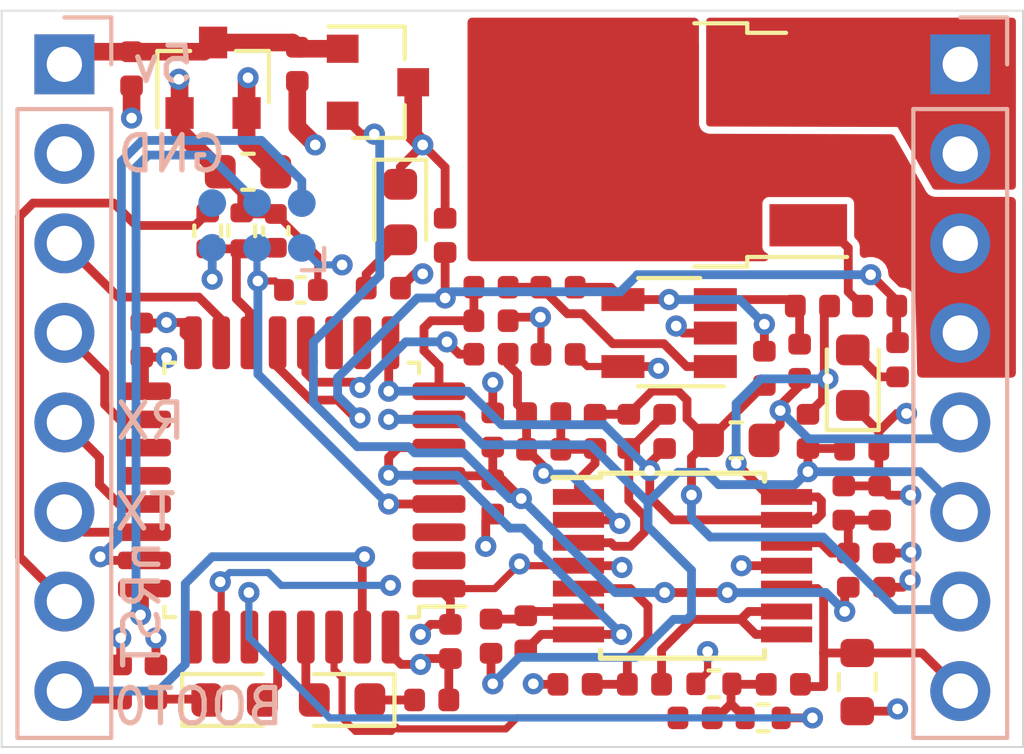
<source format=kicad_pcb>
(kicad_pcb (version 20211014) (generator pcbnew)
  (layers (0 "F.Cu" signal) (1 "In1.Cu" signal) (2 "In2.Cu" signal) (31 "B.Cu" signal) (34 "B.Paste" user) (35 "F.Paste" user) (36 "B.SilkS" user "B.Silkscreen") (37 "F.SilkS" user "F.Silkscreen") (38 "B.Mask" user) (39 "F.Mask" user) (44 "Edge.Cuts" user))
  (net 0 "")
  (net 1 "GND")
  (net 2 "/LSU_Rtrim")
  (net 3 "/LSU_Un")
  (net 4 "/LSU_Vm")
  (net 5 "/LSU_Ip")
  (net 6 "+5V")
  (net 7 "+3V3")
  (net 8 "/nRESET")
  (net 9 "Net-(C2-Pad2)")
  (net 10 "/LSU_Un_sense")
  (net 11 "/Vm")
  (net 12 "/Ip_sense")
  (net 13 "/Un_sense")
  (net 14 "Net-(C1-Pad1)")
  (net 15 "Net-(R3-Pad2)")
  (net 16 "Net-(R4-Pad2)")
  (net 17 "Net-(R11-Pad1)")
  (net 18 "Net-(R12-Pad1)")
  (net 19 "/Ip_dac")
  (net 20 "/CAN_TX")
  (net 21 "/CAN_RX")
  (net 22 "/heater_pwm")
  (net 23 "Net-(Q1-Pad1)")
  (net 24 "Net-(D1-Pad2)")
  (net 25 "Net-(R32-Pad1)")
  (net 26 "Net-(C3-Pad2)")
  (net 27 "Net-(C3-Pad1)")
  (net 28 "Net-(R17-Pad1)")
  (net 29 "/Boot0")
  (net 30 "Net-(J1-Pad3)")
  (net 31 "/LED_BLUE")
  (net 32 "/LED_GREEN")
  (net 33 "Net-(D2-Pad1)")
  (net 34 "Net-(D3-Pad1)")
  (net 35 "/SWCLK")
  (net 36 "/SWDIO")
  (net 37 "Net-(D4-Pad2)")
  (net 38 "Net-(J1-Pad1)")
  (net 39 "VDDA")
  (net 40 "/SEL_2")
  (net 41 "/SEL_1")
  (net 42 "/Nernst_esr_drive_49")
  (net 43 "/Nernst_esr_drive_42")
  (net 44 "/Nernst_esr_drive_adv")
  (net 46 "Net-(C6-Pad1)")
  (net 54 "/VBatt_Sense")
  (footprint "Capacitor_SMD:C_0402_1005Metric" (layer "F.Cu") (at 94.95 85.05 90)
    (fp_text reference "C9" hide)
    (fp_text value "100n" hide)
  )
  (footprint "Capacitor_SMD:C_0402_1005Metric" (layer "F.Cu") (at 103.1875 92.2655 180)
    (fp_text reference "C2" hide)
    (fp_text value "100n" hide)
  )
  (footprint "Capacitor_SMD:C_0402_1005Metric" (layer "F.Cu") (at 105.41 85.598)
    (fp_text reference "C4" hide)
    (fp_text value "1u" hide)
  )
  (footprint "Capacitor_SMD:C_0402_1005Metric" (layer "F.Cu") (at 84.709 74.803 -90)
    (fp_text reference "C8" hide)
    (fp_text value "100n" hide)
  )
  (footprint "Capacitor_SMD:C_0603_1608Metric" (layer "F.Cu") (at 88.011 77.724 180)
    (fp_text reference "C10" hide)
    (fp_text value "4.7u" hide)
  )
  (footprint "Resistor_SMD:R_0603_1608Metric" (layer "F.Cu") (at 101.854 85.344)
    (fp_text reference "R10" hide)
    (fp_text value "61.9" hide)
  )
  (footprint "Resistor_SMD:R_0402_1005Metric" (layer "F.Cu") (at 100.6856 93.218 180)
    (fp_text reference "R6" hide)
    (fp_text value "22k" hide)
  )
  (footprint "Resistor_SMD:R_0402_1005Metric" (layer "F.Cu") (at 104.902 87.122 90)
    (fp_text reference "R2" hide)
    (fp_text value "1k" hide)
  )
  (footprint "Resistor_SMD:R_0402_1005Metric" (layer "F.Cu") (at 103.65 83.1 -90)
    (fp_text reference "R12" hide)
    (fp_text value "10k" hide)
  )
  (footprint "Resistor_SMD:R_0402_1005Metric" (layer "F.Cu") (at 104.013 81.534)
    (fp_text reference "R15" hide)
    (fp_text value "100k" hide)
  )
  (footprint "Resistor_SMD:R_0402_1005Metric" (layer "F.Cu") (at 96.8 81)
    (fp_text reference "R17" hide)
    (fp_text value "100k" hide)
  )
  (footprint "Resistor_SMD:R_0402_1005Metric" (layer "F.Cu") (at 99.2505 92.2655 180)
    (fp_text reference "R4" hide)
    (fp_text value "10k" hide)
  )
  (footprint "Resistor_SMD:R_0402_1005Metric" (layer "F.Cu") (at 97.282 92.2655 180)
    (fp_text reference "R5" hide)
    (fp_text value "27k" hide)
  )
  (footprint "Resistor_SMD:R_0402_1005Metric" (layer "F.Cu") (at 103.886 85.09 90)
    (fp_text reference "R9" hide)
    (fp_text value "10" hide)
  )
  (footprint "Package_TO_SOT_SMD:SOT-23" (layer "F.Cu") (at 87.0204 75.057 90)
    (fp_text reference "U9" hide)
    (fp_text value "XC6206P332MR" hide)
  )
  (footprint "Package_SO:TSSOP-14_4.4x5mm_P0.65mm" (layer "F.Cu") (at 100.33 88.9)
    (fp_text reference "U1" hide)
    (fp_text value "MCP6004" hide)
  )
  (footprint "Capacitor_SMD:C_0402_1005Metric" (layer "F.Cu") (at 105.918 87.122 90)
    (fp_text reference "C1" hide)
    (fp_text value "1u" hide)
  )
  (footprint "Capacitor_SMD:C_0402_1005Metric" (layer "F.Cu") (at 94.9 81.95)
    (fp_text reference "C11" hide)
    (fp_text value "100n" hide)
  )
  (footprint "Resistor_SMD:R_0402_1005Metric" (layer "F.Cu") (at 94.9 81 180)
    (fp_text reference "R24" hide)
    (fp_text value "3.3k" hide)
  )
  (footprint "Capacitor_SMD:C_0402_1005Metric" (layer "F.Cu") (at 94.95 86.95 -90)
    (fp_text reference "C7" hide)
    (fp_text value "1u" hide)
  )
  (footprint "Resistor_SMD:R_0402_1005Metric" (layer "F.Cu") (at 105.918 81.534)
    (fp_text reference "R25" hide)
    (fp_text value "1k" hide)
  )
  (footprint "Resistor_SMD:R_0402_1005Metric" (layer "F.Cu") (at 93.599 79.5274 -90)
    (fp_text reference "R26" hide)
    (fp_text value "1k" hide)
  )
  (footprint "Capacitor_SMD:C_0402_1005Metric" (layer "F.Cu") (at 93.75 91.05 -90)
    (fp_text reference "C12" hide)
    (fp_text value "100n" hide)
  )
  (footprint "Capacitor_SMD:C_0402_1005Metric" (layer "F.Cu") (at 85 82.5 90)
    (fp_text reference "C13" hide)
    (fp_text value "100n" hide)
  )
  (footprint "Package_TO_SOT_SMD:TO-252-2" (layer "F.Cu") (at 99.695 76.962 180)
    (fp_text reference "Q1" hide)
    (fp_text value "BTS3028" hide)
  )
  (footprint "Resistor_SMD:R_0402_1005Metric" (layer "F.Cu") (at 94.9 90.9 90)
    (fp_text reference "R3" hide)
    (fp_text value "10k" hide)
  )
  (footprint "Resistor_SMD:R_0402_1005Metric" (layer "F.Cu") (at 106.426 83.058 90)
    (fp_text reference "R27" hide)
    (fp_text value "1k" hide)
  )
  (footprint "Resistor_SMD:R_0402_1005Metric" (layer "F.Cu") (at 95.885 90.805 -90)
    (fp_text reference "R7" hide)
    (fp_text value "27k" hide)
  )
  (footprint "Resistor_SMD:R_0402_1005Metric" (layer "F.Cu") (at 84.4 92.2 -90)
    (fp_text reference "R29" hide)
    (fp_text value "10k" hide)
  )
  (footprint "LED_SMD:LED_0603_1608Metric" (layer "F.Cu") (at 90.678 92.71 180)
    (fp_text reference "D2" hide)
    (fp_text value "GREEN" hide)
  )
  (footprint "Resistor_SMD:R_0402_1005Metric" (layer "F.Cu") (at 93.218 92.71 180)
    (fp_text reference "R30" hide)
    (fp_text value "1k" hide)
  )
  (footprint "Resistor_SMD:R_0402_1005Metric" (layer "F.Cu") (at 96.393 85.598 180)
    (fp_text reference "R33" hide)
    (fp_text value "10k" hide)
  )
  (footprint "Resistor_SMD:R_0402_1005Metric" (layer "F.Cu") (at 98.806 85.09 -90)
    (fp_text reference "R34" hide)
    (fp_text value "10k" hide)
  )
  (footprint "Resistor_SMD:R_0402_1005Metric" (layer "F.Cu") (at 97.85 85.09 -90)
    (fp_text reference "R8" hide)
    (fp_text value "47" hide)
  )
  (footprint "Capacitor_SMD:C_0402_1005Metric" (layer "F.Cu") (at 96.393 84.582 180)
    (fp_text reference "C3" hide)
    (fp_text value "33n" hide)
  )
  (footprint "Package_TO_SOT_SMD:TSOT-23-5" (layer "F.Cu") (at 99.95 82.3 180)
    (fp_text reference "U5" hide)
    (fp_text value "AD8628" hide)
  )
  (footprint "Resistor_SMD:R_0402_1005Metric" (layer "F.Cu") (at 99.822 85.09 -90)
    (fp_text reference "R32" hide)
    (fp_text value "68k" hide)
  )
  (footprint "Resistor_SMD:R_0402_1005Metric" (layer "F.Cu") (at 102.65 83.3 -90)
    (fp_text reference "R11" hide)
    (fp_text value "10k" hide)
  )
  (footprint "Capacitor_SMD:C_0402_1005Metric" (layer "F.Cu") (at 106.045 89.027 -90)
    (fp_text reference "C14" hide)
    (fp_text value "100n" hide)
  )
  (footprint "LED_SMD:LED_0603_1608Metric" (layer "F.Cu") (at 105.156 83.566 90)
    (fp_text reference "D1" hide)
    (fp_text value "RED" hide)
  )
  (footprint "LED_SMD:LED_0603_1608Metric" (layer "F.Cu") (at 87.63 92.71)
    (fp_text reference "D3" hide)
    (fp_text value "BLUE" hide)
  )
  (footprint "Resistor_SMD:R_0402_1005Metric" (layer "F.Cu") (at 85.4 92.2 -90)
    (fp_text reference "R13" hide)
    (fp_text value "1k" hide)
  )
  (footprint "Capacitor_SMD:C_0402_1005Metric" (layer "F.Cu") (at 96.8 82.9056 180)
    (fp_text reference "C5" hide)
    (fp_text value "100n" hide)
  )
  (footprint "Resistor_SMD:R_0402_1005Metric" (layer "F.Cu") (at 94.9 82.9)
    (fp_text reference "R31" hide)
    (fp_text value "68k" hide)
  )
  (footprint "Resistor_SMD:R_0402_1005Metric" (layer "F.Cu") (at 91.8464 81.026)
    (fp_text reference "R18" hide)
    (fp_text value "1k" hide)
  )
  (footprint "Capacitor_SMD:C_0402_1005Metric" (layer "F.Cu") (at 89.408 74.676 -90)
    (fp_text reference "C17" hide)
    (fp_text value "1u" hide)
  )
  (footprint "Package_TO_SOT_SMD:SOT-23" (layer "F.Cu") (at 91.694 75.184)
    (fp_text reference "U3" hide)
    (fp_text value "REF3033" hide)
  )
  (footprint "Resistor_SMD:R_0402_1005Metric" (layer "F.Cu") (at 105.029 89.027 90)
    (fp_text reference "R1" hide)
    (fp_text value "1k" hide)
  )
  (footprint "LED_SMD:LED_0603_1608Metric" (layer "F.Cu") (at 92.329 78.867 -90)
    (fp_text reference "D4" hide)
    (fp_text value "RED" hide)
  )
  (footprint "Package_QFP:LQFP-32_7x7mm_P0.8mm" (layer "F.Cu") (at 89.25 86.75 180)
    (fp_text reference "U2" hide)
    (fp_text value "STM32F042K6Tx" hide)
  )
  (footprint "Resistor_SMD:R_0402_1005Metric" (layer "F.Cu") (at 86.868 79.4004 -90)
    (fp_text reference "R20" hide)
    (fp_text value "100k" hide)
  )
  (footprint "Resistor_SMD:R_0402_1005Metric" (layer "F.Cu") (at 102.616 93.218)
    (fp_text reference "R19" hide)
    (fp_text value "47k" hide)
  )
  (footprint "Resistor_SMD:R_0402_1005Metric" (layer "F.Cu") (at 101.219 92.2528 180)
    (fp_text reference "R16" hide)
    (fp_text value "6.8k" hide)
  )
  (footprint "Capacitor_SMD:C_0402_1005Metric" (layer "F.Cu") (at 89.5096 81.0768)
    (fp_text reference "C16" hide)
    (fp_text value "100n" hide)
  )
  (footprint "Capacitor_SMD:C_0402_1005Metric" (layer "F.Cu") (at 88.7984 79.4004 90)
    (fp_text reference "C6" hide)
    (fp_text value "1u" hide)
  )
  (footprint "Resistor_SMD:R_0603_1608Metric" (layer "F.Cu") (at 105.283 92.202 90)
    (fp_text reference "R14" hide)
    (fp_text value "62k" hide)
  )
  (footprint "Resistor_SMD:R_0402_1005Metric" (layer "F.Cu") (at 87.8332 79.4004 90)
    (fp_text reference "R21" hide)
    (fp_text value "10k" hide)
  )
  (footprint "Connector_PinHeader_2.54mm:PinHeader_1x08_P2.54mm_Vertical" (layer "B.Cu") (at 82.804 74.676 180)
    (fp_text reference "J3" hide)
    (fp_text value "Conn_01x08" hide)
  )
  (footprint "Connector_PinHeader_2.54mm:PinHeader_1x08_P2.54mm_Vertical" (layer "B.Cu") (at 108.204 74.676 180)
    (fp_text reference "J1" hide)
    (fp_text value "Conn_01x08" hide)
  )
  (footprint "Connector:Tag-Connect_TC2030-IDC-NL_2x03_P1.27mm_Vertical" (layer "B.Cu") (at 88.265 79.248 180)
    (fp_text reference "J2" hide)
    (fp_text value "Conn_ARM_SWD_TagConnect_TC2030" hide)
  )
  (gr_line (start 81.026 73.152) (end 81.026 94.0435) (layer "Edge.Cuts") (width 0.05))
  (gr_line (start 109.982 94.0435) (end 109.982 73.152) (layer "Edge.Cuts") (width 0.05))
  (gr_line (start 109.982 73.152) (end 81.026 73.152) (layer "Edge.Cuts") (width 0.05))
  (gr_line (start 81.026 94.0435) (end 109.982 94.0435) (layer "Edge.Cuts") (width 0.05))
  (gr_text "5v" (at 85.598 74.676) (layer "B.SilkS") (effects (font (size 1 1)) (justify mirror)))
  (gr_text "nRST" (at 85 90 90) (layer "B.SilkS") (effects (font (size 1 1)) (justify mirror)))
  (gr_text "GND" (at 85.852 77.216) (layer "B.SilkS") (effects (font (size 1 1)) (justify mirror)))
  (gr_text "BOOT0" (at 86.6 92.9) (layer "B.SilkS") (effects (font (size 1 1)) (justify mirror)))
  (gr_text "RX" (at 85.25 84.8) (layer "B.SilkS") (effects (font (size 1 1)) (justify mirror)))
  (gr_text "TX" (at 85.1 87.376) (layer "B.SilkS") (effects (font (size 1 1)) (justify mirror)))
  (segment (start 96.315 82.9056) (end 96.315 81.865) (width 0.2032) (layer "F.Cu") (net 1))
  (segment (start 88.7984 78.9204) (end 87.8632 78.9204) (width 0.25) (layer "F.Cu") (net 1))
  (segment (start 106.8 86.9) (end 106.181 86.9) (width 0.25) (layer "F.Cu") (net 1))
  (segment (start 86.0704 75.1204) (end 86.05 75.1) (width 0.5) (layer "F.Cu") (net 1))
  (segment (start 85 82.015) (end 85.685 82.015) (width 0.25) (layer "F.Cu") (net 1))
  (segment (start 105.895 85.598) (end 105.895 86.614) (width 0.25) (layer "F.Cu") (net 1))
  (segment (start 89.408 75.161) (end 89.408 76.454) (width 0.5) (layer "F.Cu") (net 1))
  (segment (start 94.95 87.435) (end 94.75 87.635) (width 0.25) (layer "F.Cu") (net 1))
  (segment (start 87.2235 77.724) (end 87.8332 78.3337) (width 0.25) (layer "F.Cu") (net 1))
  (segment (start 87.8332 78.3337) (end 87.8332 78.8904) (width 0.25) (layer "F.Cu") (net 1))
  (segment (start 103.28 88.9) (end 102 88.9) (width 0.25) (layer "F.Cu") (net 1))
  (segment (start 92.329 78.0795) (end 92.329 77.597) (width 0.25) (layer "F.Cu") (net 1))
  (segment (start 93.703 91.582) (end 93.75 91.535) (width 0.25) (layer "F.Cu") (net 1))
  (segment (start 96.116 92.266) (end 96.1 92.25) (width 0.25) (layer "F.Cu") (net 1))
  (segment (start 93.599 77.597) (end 92.964 76.962) (width 0.25) (layer "F.Cu") (net 1))
  (segment (start 86.0704 76.057) (end 86.0704 75.1204) (width 0.5) (layer "F.Cu") (net 1))
  (segment (start 92.05 90.925) (end 92.05 91.4) (width 0.25) (layer "F.Cu") (net 1))
  (segment (start 93.703 92.71) (end 93.703 91.582) (width 0.25) (layer "F.Cu") (net 1))
  (segment (start 86.0704 76.057) (end 86.0704 76.5709) (width 0.5) (layer "F.Cu") (net 1))
  (segment (start 96.3 81.85) (end 95.485 81.85) (width 0.25) (layer "F.Cu") (net 1))
  (segment (start 96.797 92.2655) (end 96.1155 92.2655) (width 0.25) (layer "F.Cu") (net 1))
  (segment (start 94.95 84.565) (end 94.95 83.7) (width 0.25) (layer "F.Cu") (net 1))
  (segment (start 89.408 76.454) (end 89.916 76.962) (width 0.5) (layer "F.Cu") (net 1))
  (segment (start 89.9896 80.1116) (end 88.7984 78.9204) (width 0.2032) (layer "F.Cu") (net 1))
  (segment (start 100.35 82.3) (end 100.15 82.1) (width 0.25) (layer "F.Cu") (net 1))
  (segment (start 93.599 79.0424) (end 93.599 77.597) (width 0.25) (layer "F.Cu") (net 1))
  (segment (start 93.065 91.535) (end 92.9 91.7) (width 0.25) (layer "F.Cu") (net 1))
  (segment (start 93.75 91.535) (end 93.065 91.535) (width 0.25) (layer "F.Cu") (net 1))
  (segment (start 106.4055 84.582) (end 105.895 85.0925) (width 0.25) (layer "F.Cu") (net 1))
  (segment (start 89.9896 81.0768) (end 89.9896 80.1116) (width 0.2032) (layer "F.Cu") (net 1))
  (segment (start 86.0704 76.5709) (end 87.2235 77.724) (width 0.5) (layer "F.Cu") (net 1))
  (segment (start 85.685 82.015) (end 85.7 82) (width 0.25) (layer "F.Cu") (net 1))
  (segment (start 85.7 82) (end 86.2 82) (width 0.25) (layer "F.Cu") (net 1))
  (segment (start 106.576 89.512) (end 106.7816 89.3064) (width 0.25) (layer "F.Cu") (net 1))
  (segment (start 106.045 89.512) (end 106.576 89.512) (width 0.25) (layer "F.Cu") (net 1))
  (segment (start 92.329 77.597) (end 92.964 76.962) (width 0.25) (layer "F.Cu") (net 1))
  (segment (start 106.68 84.582) (end 106.4055 84.582) (width 0.25) (layer "F.Cu") (net 1))
  (segment (start 87.8632 78.9204) (end 87.8332 78.8904) (width 0.25) (layer "F.Cu") (net 1))
  (segment (start 92.694 76.692) (end 92.964 76.962) (width 0.5) (layer "F.Cu") (net 1))
  (segment (start 84.4 91.715) (end 84.4 90.95) (width 0.25) (layer "F.Cu") (net 1))
  (segment (start 101.26 82.3) (end 100.35 82.3) (width 0.25) (layer "F.Cu") (net 1))
  (segment (start 105.895 86.614) (end 105.918 86.637) (width 0.25) (layer "F.Cu") (net 1))
  (segment (start 92.694 75.184) (end 92.694 76.692) (width 0.5) (layer "F.Cu") (net 1))
  (segment (start 86.2 82) (end 86.2 82.325) (width 0.25) (layer "F.Cu") (net 1))
  (segment (start 105.895 85.0925) (end 105.895 85.598) (width 0.25) (layer "F.Cu") (net 1))
  (segment (start 105.156 84.3535) (end 105.895 85.0925) (width 0.25) (layer "F.Cu") (net 1))
  (segment (start 95.485 81.85) (end 95.385 81.95) (width 0.25) (layer "F.Cu") (net 1))
  (segment (start 92.05 91.4) (end 92.35 91.7) (width 0.25) (layer "F.Cu") (net 1))
  (segment (start 96.315 81.865) (end 96.3 81.85) (width 0.2032) (layer "F.Cu") (net 1))
  (segment (start 84.709 75.288) (end 84.709 76.2) (width 0.5) (layer "F.Cu") (net 1))
  (segment (start 94.75 87.635) (end 94.75 88.35) (width 0.25) (layer "F.Cu") (net 1))
  (segment (start 92.35 91.7) (end 92.9 91.7) (width 0.25) (layer "F.Cu") (net 1))
  (segment (start 104.902 86.637) (end 105.918 86.637) (width 0.25) (layer "F.Cu") (net 1))
  (segment (start 106.181 86.9) (end 105.918 86.637) (width 0.25) (layer "F.Cu") (net 1))
  (segment (start 86.2 82.325) (end 86.45 82.575) (width 0.25) (layer "F.Cu") (net 1))
  (segment (start 96.1155 92.2655) (end 96.1 92.25) (width 0.25) (layer "F.Cu") (net 1))
  (segment (start 85.4 91.715) (end 85.4 90.95) (width 0.25) (layer "F.Cu") (net 1))
  (via (at 102 88.9) (size 0.6) (drill 0.3) (layers "F.Cu" "B.Cu") (net 1))
  (via (at 106.8 86.9) (size 0.6) (drill 0.3) (layers "F.Cu" "B.Cu") (net 1))
  (via (at 106.68 84.582) (size 0.6) (drill 0.3) (layers "F.Cu" "B.Cu") (net 1))
  (via (at 86.995 80.772) (size 0.6) (drill 0.3) (layers "F.Cu" "B.Cu") (net 1))
  (via (at 106.7816 89.3064) (size 0.6) (drill 0.3) (layers "F.Cu" "B.Cu") (net 1))
  (via (at 86.05 75.1) (size 0.6) (drill 0.3) (layers "F.Cu" "B.Cu") (net 1))
  (via (at 92.964 76.962) (size 0.6) (drill 0.3) (layers "F.Cu" "B.Cu") (net 1))
  (via (at 85.4 90.95) (size 0.6) (drill 0.3) (layers "F.Cu" "B.Cu") (net 1))
  (via (at 92.9 91.7) (size 0.6) (drill 0.3) (layers "F.Cu" "B.Cu") (net 1))
  (via (at 84.709 76.2) (size 0.6) (drill 0.3) (layers "F.Cu" "B.Cu") (net 1))
  (via (at 84.4 90.95) (size 0.6) (drill 0.3) (layers "F.Cu" "B.Cu") (net 1))
  (via (at 100.15 82.1) (size 0.6) (drill 0.3) (layers "F.Cu" "B.Cu") (net 1))
  (via (at 96.3 81.85) (size 0.6) (drill 0.3) (layers "F.Cu" "B.Cu") (net 1))
  (via (at 96.1 92.25) (size 0.6) (drill 0.3) (layers "F.Cu" "B.Cu") (net 1))
  (via (at 85.7 82) (size 0.6) (drill 0.3) (layers "F.Cu" "B.Cu") (net 1))
  (via (at 94.95 83.7) (size 0.6) (drill 0.3) (layers "F.Cu" "B.Cu") (net 1))
  (via (at 94.75 88.35) (size 0.6) (drill 0.3) (layers "F.Cu" "B.Cu") (net 1))
  (via (at 89.916 76.962) (size 0.6) (drill 0.3) (layers "F.Cu" "B.Cu") (net 1))
  (segment (start 86.995 79.883) (end 86.995 80.772) (width 0.25) (layer "B.Cu") (net 1))
  (segment (start 98.806 84.605) (end 99.464 83.947) (width 0.25) (layer "F.Cu") (net 2))
  (segment (start 99.464 83.947) (end 100.203 83.947) (width 0.25) (layer "F.Cu") (net 2))
  (segment (start 102.65 83.785) (end 102.6255 83.785) (width 0.25) (layer "F.Cu") (net 2))
  (segment (start 100.203 83.947) (end 100.457 84.201) (width 0.25) (layer "F.Cu") (net 2))
  (segment (start 100.584 85.8265) (end 101.0665 85.344) (width 0.25) (layer "F.Cu") (net 2))
  (segment (start 102.6255 83.785) (end 101.0665 85.344) (width 0.25) (layer "F.Cu") (net 2))
  (segment (start 97.85 84.605) (end 98.806 84.605) (width 0.25) (layer "F.Cu") (net 2))
  (segment (start 100.457 84.7345) (end 101.0665 85.344) (width 0.25) (layer "F.Cu") (net 2))
  (segment (start 100.457 84.201) (end 100.457 84.7345) (width 0.25) (layer "F.Cu") (net 2))
  (segment (start 100.584 85.8265) (end 100.584 86.8934) (width 0.25) (layer "F.Cu") (net 2))
  (via (at 100.584 86.8934) (size 0.6) (drill 0.3) (layers "F.Cu" "B.Cu") (net 2))
  (segment (start 106.3752 90.1446) (end 107.9754 90.1446) (width 0.25) (layer "B.Cu") (net 2))
  (segment (start 107.9754 90.1446) (end 108.204 89.916) (width 0.25) (layer "B.Cu") (net 2))
  (segment (start 101.1174 88.0872) (end 104.3178 88.0872) (width 0.25) (layer "B.Cu") (net 2))
  (segment (start 104.3178 88.0872) (end 106.3752 90.1446) (width 0.25) (layer "B.Cu") (net 2))
  (segment (start 100.584 87.5538) (end 101.1174 88.0872) (width 0.25) (layer "B.Cu") (net 2))
  (segment (start 100.584 86.8934) (end 100.584 87.5538) (width 0.25) (layer "B.Cu") (net 2))
  (segment (start 107.125 91.377) (end 108.204 92.456) (width 0.25) (layer "F.Cu") (net 3))
  (segment (start 105.283 91.377) (end 107.125 91.377) (width 0.25) (layer "F.Cu") (net 3))
  (segment (start 104.3305 91.3765) (end 104.3305 92.329) (width 0.25) (layer "F.Cu") (net 3))
  (segment (start 103.28 89.55) (end 104.155 89.55) (width 0.25) (layer "F.Cu") (net 3))
  (segment (start 104.3305 89.7255) (end 104.3305 91.3765) (width 0.25) (layer "F.Cu") (net 3))
  (segment (start 105.283 91.377) (end 104.331 91.377) (width 0.25) (layer "F.Cu") (net 3))
  (segment (start 104.331 91.377) (end 104.3305 91.3765) (width 0.25) (layer "F.Cu") (net 3))
  (segment (start 104.155 89.55) (end 104.3305 89.7255) (width 0.25) (layer "F.Cu") (net 3))
  (segment (start 103.736 92.329) (end 103.6725 92.2655) (width 0.25) (layer "F.Cu") (net 3))
  (segment (start 104.3305 92.329) (end 103.736 92.329) (width 0.25) (layer "F.Cu") (net 3))
  (segment (start 103.886 85.575) (end 104.902 85.575) (width 0.25) (layer "F.Cu") (net 4))
  (segment (start 104.902 85.575) (end 104.925 85.598) (width 0.25) (layer "F.Cu") (net 4))
  (segment (start 94.9 92.2) (end 94.95 92.25) (width 0.25) (layer "F.Cu") (net 4))
  (segment (start 94.9 91.385) (end 94.9 92.2) (width 0.25) (layer "F.Cu") (net 4))
  (segment (start 103.886 85.575) (end 103.886 86.233) (width 0.25) (layer "F.Cu") (net 4))
  (segment (start 93.425 84.75) (end 92 84.75) (width 0.25) (layer "F.Cu") (net 4))
  (via (at 103.886 86.233) (size 0.6) (drill 0.3) (layers "F.Cu" "B.Cu") (net 4))
  (via (at 92 84.75) (size 0.6) (drill 0.3) (layers "F.Cu" "B.Cu") (net 4))
  (via (at 94.95 92.25) (size 0.6) (drill 0.3) (layers "F.Cu" "B.Cu") (net 4))
  (segment (start 99 91.5) (end 95.7 91.5) (width 0.25) (layer "B.Cu") (net 4))
  (segment (start 99.35 87.793) (end 100.584 89.027) (width 0.25) (layer "B.Cu") (net 4))
  (segment (start 103.519 86.6) (end 103.886 86.233) (width 0.25) (layer "B.Cu") (net 4))
  (segment (start 99.35 87.1) (end 100.2 86.25) (width 0.25) (layer "B.Cu") (net 4))
  (segment (start 100.584 89.027) (end 100.584 90.297) (width 0.25) (layer "B.Cu") (net 4))
  (segment (start 101.35 86.6) (end 103.519 86.6) (width 0.25) (layer "B.Cu") (net 4))
  (segment (start 95.7 91.5) (end 94.95 92.25) (width 0.25) (layer "B.Cu") (net 4))
  (segment (start 99.35 87.1) (end 99.35 87.793) (width 0.25) (layer "B.Cu") (net 4))
  (segment (start 97.721 85.471) (end 99.35 87.1) (width 0.25) (layer "B.Cu") (net 4))
  (segment (start 100.076 90.424) (end 99 91.5) (width 0.25) (layer "B.Cu") (net 4))
  (segment (start 100.584 90.297) (end 100.457 90.424) (width 0.25) (layer "B.Cu") (net 4))
  (segment (start 103.886 86.233) (end 107.061 86.233) (width 0.25) (layer "B.Cu") (net 4))
  (segment (start 92 84.75) (end 93.95 84.75) (width 0.25) (layer "B.Cu") (net 4))
  (segment (start 94.671 85.471) (end 97.721 85.471) (width 0.25) (layer "B.Cu") (net 4))
  (segment (start 93.95 84.75) (end 94.671 85.471) (width 0.25) (layer "B.Cu") (net 4))
  (segment (start 107.061 86.233) (end 108.204 87.376) (width 0.25) (layer "B.Cu") (net 4))
  (segment (start 100.2 86.25) (end 101 86.25) (width 0.25) (layer "B.Cu") (net 4))
  (segment (start 101 86.25) (end 101.35 86.6) (width 0.25) (layer "B.Cu") (net 4))
  (segment (start 100.457 90.424) (end 100.076 90.424) (width 0.25) (layer "B.Cu") (net 4))
  (segment (start 103.1 84.5) (end 103.1 84.8855) (width 0.25) (layer "F.Cu") (net 5))
  (segment (start 103.1 84.5) (end 103.1 84.35) (width 0.25) (layer "F.Cu") (net 5))
  (segment (start 103.65 83.8) (end 103.65 83.585) (width 0.25) (layer "F.Cu") (net 5))
  (segment (start 103.1 84.35) (end 103.65 83.8) (width 0.25) (layer "F.Cu") (net 5))
  (segment (start 103.1 84.8855) (end 102.6415 85.344) (width 0.25) (layer "F.Cu") (net 5))
  (via (at 103.1 84.5) (size 0.6) (drill 0.3) (layers "F.Cu" "B.Cu") (net 5))
  (segment (start 108.204 84.836) (end 107.74 85.3) (width 0.25) (layer "B.Cu") (net 5))
  (segment (start 107.74 85.3) (end 103.9 85.3) (width 0.25) (layer "B.Cu") (net 5))
  (segment (start 103.9 85.3) (end 103.1 84.5) (width 0.25) (layer "B.Cu") (net 5))
  (segment (start 84.709 74.318) (end 86.7594 74.318) (width 0.5) (layer "F.Cu") (net 6))
  (segment (start 90.694 74.234) (end 89.451 74.234) (width 0.5) (layer "F.Cu") (net 6))
  (segment (start 89.274 74.057) (end 89.408 74.191) (width 0.5) (layer "F.Cu") (net 6))
  (segment (start 89.451 74.234) (end 89.408 74.191) (width 0.5) (layer "F.Cu") (net 6))
  (segment (start 87.0204 74.057) (end 89.274 74.057) (width 0.5) (layer "F.Cu") (net 6))
  (segment (start 83.162 74.318) (end 82.804 74.676) (width 0.5) (layer "F.Cu") (net 6))
  (segment (start 84.709 74.318) (end 83.162 74.318) (width 0.5) (layer "F.Cu") (net 6))
  (segment (start 86.7594 74.318) (end 87.0204 74.057) (width 0.5) (layer "F.Cu") (net 6))
  (segment (start 93.425 89.55) (end 95.0064 89.55) (width 0.2032) (layer "F.Cu") (net 7))
  (segment (start 98.64 83.25) (end 97.6294 83.25) (width 0.2032) (layer "F.Cu") (net 7))
  (segment (start 88.7985 77.724) (end 87.9704 76.8959) (width 0.5) (layer "F.Cu") (net 7))
  (segment (start 92.7378 80.6196) (end 92.964 80.6196) (width 0.25) (layer "F.Cu") (net 7))
  (segment (start 106.784 88.542) (end 106.807 88.519) (width 0.25) (layer "F.Cu") (net 7))
  (segment (start 98.64 83.25) (end 99.6 83.25) (width 0.25) (layer "F.Cu") (net 7))
  (segment (start 106.045 88.542) (end 106.784 88.542) (width 0.25) (layer "F.Cu") (net 7))
  (segment (start 106.363 93.027) (end 106.426 92.964) (width 0.25) (layer "F.Cu") (net 7))
  (segment (start 105.283 93.027) (end 106.363 93.027) (width 0.25) (layer "F.Cu") (net 7))
  (segment (start 85.075 83.95) (end 85.075 83.06) (width 0.25) (layer "F.Cu") (net 7))
  (segment (start 95.758 88.9) (end 95.7072 88.8492) (width 0.2032) (layer "F.Cu") (net 7))
  (segment (start 93.75 90.565) (end 93.75 89.875) (width 0.25) (layer "F.Cu") (net 7))
  (segment (start 87.9704 75.0976) (end 88.011 75.057) (width 0.5) (layer "F.Cu") (net 7))
  (segment (start 93.75 90.565) (end 93.185 90.565) (width 0.25) (layer "F.Cu") (net 7))
  (segment (start 93.185 90.565) (end 92.9 90.85) (width 0.25) (layer "F.Cu") (net 7))
  (segment (start 87.9704 76.8959) (end 87.9704 76.057) (width 0.5) (layer "F.Cu") (net 7))
  (segment (start 98.56 88.9) (end 98.61 88.95) (width 0.25) (layer "F.Cu") (net 7))
  (segment (start 93.75 89.875) (end 93.425 89.55) (width 0.25) (layer "F.Cu") (net 7))
  (segment (start 95.0064 89.55) (end 95.7072 88.8492) (width 0.2032) (layer "F.Cu") (net 7))
  (segment (start 97.38 88.9) (end 95.758 88.9) (width 0.2032) (layer "F.Cu") (net 7))
  (segment (start 92.3314 81.026) (end 92.7378 80.6196) (width 0.25) (layer "F.Cu") (net 7))
  (segment (start 99.6 83.25) (end 99.65 83.3) (width 0.25) (layer "F.Cu") (net 7))
  (segment (start 87.9704 76.057) (end 87.9704 75.0976) (width 0.5) (layer "F.Cu") (net 7))
  (segment (start 85.685 82.985) (end 85.7 83) (width 0.25) (layer "F.Cu") (net 7))
  (segment (start 97.6294 83.25) (end 97.285 82.9056) (width 0.2032) (layer "F.Cu") (net 7))
  (segment (start 85.075 83.06) (end 85 82.985) (width 0.25) (layer "F.Cu") (net 7))
  (segment (start 97.38 88.9) (end 98.56 88.9) (width 0.25) (layer "F.Cu") (net 7))
  (segment (start 85 82.985) (end 85.685 82.985) (width 0.25) (layer "F.Cu") (net 7))
  (via (at 85.7 83) (size 0.6) (drill 0.3) (layers "F.Cu" "B.Cu") (net 7))
  (via (at 95.7072 88.8492) (size 0.6) (drill 0.3) (layers "F.Cu" "B.Cu") (net 7))
  (via (at 92.9 90.85) (size 0.6) (drill 0.3) (layers "F.Cu" "B.Cu") (net 7))
  (via (at 99.65 83.3) (size 0.6) (drill 0.3) (layers "F.Cu" "B.Cu") (net 7))
  (via (at 98.61 88.95) (size 0.6) (drill 0.3) (layers "F.Cu" "B.Cu") (net 7))
  (via (at 90.678 80.3656) (size 0.6) (drill 0.3) (layers "F.Cu" "B.Cu") (net 7))
  (via (at 106.426 92.964) (size 0.6) (drill 0.3) (layers "F.Cu" "B.Cu") (net 7))
  (via (at 106.807 88.519) (size 0.6) (drill 0.3) (layers "F.Cu" "B.Cu") (net 7))
  (via (at 88.011 75.057) (size 0.6) (drill 0.3) (layers "F.Cu" "B.Cu") (net 7))
  (via (at 92.964 80.6196) (size 0.6) (drill 0.3) (layers "F.Cu" "B.Cu") (net 7))
  (segment (start 90.0176 80.3656) (end 90.678 80.3656) (width 0.2032) (layer "B.Cu") (net 7))
  (segment (start 89.535 79.883) (end 90.0176 80.3656) (width 0.2032) (layer "B.Cu") (net 7))
  (segment (start 93.425 87.15) (end 92 87.15) (width 0.25) (layer "F.Cu") (net 8))
  (segment (start 88.7756 80.8228) (end 88.2904 80.8228) (width 0.2032) (layer "F.Cu") (net 8))
  (segment (start 89.0296 81.0768) (end 88.7756 80.8228) (width 0.2032) (layer "F.Cu") (net 8))
  (via (at 88.2904 80.8228) (size 0.6) (drill 0.3) (layers "F.Cu" "B.Cu") (net 8))
  (via (at 92 87.15) (size 0.6) (drill 0.3) (layers "F.Cu" "B.Cu") (net 8))
  (segment (start 88.265 80.7974) (end 88.2904 80.8228) (width 0.2032) (layer "B.Cu") (net 8))
  (segment (start 88.2904 83.4644) (end 88.2904 80.8228) (width 0.25) (layer "B.Cu") (net 8))
  (segment (start 92 87.15) (end 91.976 87.15) (width 0.25) (layer "B.Cu") (net 8))
  (segment (start 91.976 87.15) (end 88.2904 83.4644) (width 0.25) (layer "B.Cu") (net 8))
  (segment (start 88.265 79.883) (end 88.265 80.7974) (width 0.2032) (layer "B.Cu") (net 8))
  (segment (start 101.302 93.218) (end 101.704 92.816) (width 0.25) (layer "F.Cu") (net 9))
  (segment (start 101.704 92.2655) (end 102.7025 92.2655) (width 0.25) (layer "F.Cu") (net 9))
  (segment (start 101.704 92.2655) (end 101.704 92.816) (width 0.25) (layer "F.Cu") (net 9))
  (segment (start 101.221 93.218) (end 101.302 93.218) (width 0.25) (layer "F.Cu") (net 9))
  (segment (start 101.704 92.816) (end 102.106 93.218) (width 0.25) (layer "F.Cu") (net 9))
  (segment (start 100.6015 90.424) (end 101.981 90.424) (width 0.25) (layer "F.Cu") (net 10))
  (segment (start 99.7355 91.29) (end 100.6015 90.424) (width 0.25) (layer "F.Cu") (net 10))
  (segment (start 101.981 90.424) (end 102.205 90.2) (width 0.25) (layer "F.Cu") (net 10))
  (segment (start 101.981 90.424) (end 102.407 90.85) (width 0.25) (layer "F.Cu") (net 10))
  (segment (start 102.205 90.2) (end 103.28 90.2) (width 0.25) (layer "F.Cu") (net 10))
  (segment (start 102.407 90.85) (end 103.28 90.85) (width 0.25) (layer "F.Cu") (net 10))
  (segment (start 99.7355 92.2655) (end 99.7355 91.29) (width 0.25) (layer "F.Cu") (net 10))
  (segment (start 104.3 84.2) (end 104.3 83.75) (width 0.25) (layer "F.Cu") (net 11))
  (segment (start 104.498 81.534) (end 104.35 81.682) (width 0.25) (layer "F.Cu") (net 11))
  (segment (start 104.3 84.2) (end 104.291 84.2) (width 0.25) (layer "F.Cu") (net 11))
  (segment (start 103.28 86.95) (end 104.1585 86.95) (width 0.25) (layer "F.Cu") (net 11))
  (segment (start 104.267 87.4395) (end 104.1065 87.6) (width 0.25) (layer "F.Cu") (net 11))
  (segment (start 92 82.625) (end 92.05 82.575) (width 0.25) (layer "F.Cu") (net 11))
  (segment (start 102.8 86.95) (end 101.85 86) (width 0.25) (layer "F.Cu") (net 11))
  (segment (start 104.35 81.682) (end 104.35 83.5) (width 0.25) (layer "F.Cu") (net 11))
  (segment (start 104.291 84.2) (end 103.886 84.605) (width 0.25) (layer "F.Cu") (net 11))
  (segment (start 99.4 85.997) (end 99.822 85.575) (width 0.25) (layer "F.Cu") (net 11))
  (segment (start 104.3 83.75) (end 104.45 83.6) (width 0.25) (layer "F.Cu") (net 11))
  (segment (start 92 83.95) (end 92 82.625) (width 0.25) (layer "F.Cu") (net 11))
  (segment (start 100.046 87.6) (end 99.4 86.954) (width 0.25) (layer "F.Cu") (net 11))
  (segment (start 103.28 87.6) (end 100.046 87.6) (width 0.25) (layer "F.Cu") (net 11))
  (segment (start 99.4 86.954) (end 99.4 86.2) (width 0.25) (layer "F.Cu") (net 11))
  (segment (start 103.28 86.95) (end 102.8 86.95) (width 0.25) (layer "F.Cu") (net 11))
  (segment (start 104.1585 86.95) (end 104.267 87.0585) (width 0.25) (layer "F.Cu") (net 11))
  (segment (start 104.35 83.5) (end 104.45 83.6) (width 0.25) (layer "F.Cu") (net 11))
  (segment (start 99.4 86.2) (end 99.4 85.997) (width 0.25) (layer "F.Cu") (net 11))
  (segment (start 104.1065 87.6) (end 103.28 87.6) (width 0.25) (layer "F.Cu") (net 11))
  (segment (start 104.267 87.0585) (end 104.267 87.4395) (width 0.25) (layer "F.Cu") (net 11))
  (via (at 101.85 86) (size 0.6) (drill 0.3) (layers "F.Cu" "B.Cu") (net 11))
  (via (at 92 83.95) (size 0.6) (drill 0.3) (layers "F.Cu" "B.Cu") (net 11))
  (via (at 104.45 83.6) (size 0.6) (drill 0.3) (layers "F.Cu" "B.Cu") (net 11))
  (via (at 99.4 86.2) (size 0.6) (drill 0.3) (layers "F.Cu" "B.Cu") (net 11))
  (segment (start 102.55 83.6) (end 104.45 83.6) (width 0.25) (layer "B.Cu") (net 11))
  (segment (start 101.85 84.3) (end 102.55 83.6) (width 0.25) (layer "B.Cu") (net 11))
  (segment (start 94.25 83.95) (end 95.2 84.9) (width 0.25) (layer "B.Cu") (net 11))
  (segment (start 95.2 84.9) (end 98.1 84.9) (width 0.25) (layer "B.Cu") (net 11))
  (segment (start 94.25 83.95) (end 92 83.95) (width 0.25) (layer "B.Cu") (net 11))
  (segment (start 98.1 84.9) (end 99.4 86.2) (width 0.25) (layer "B.Cu") (net 11))
  (segment (start 101.85 86) (end 101.85 84.3) (width 0.25) (layer "B.Cu") (net 11))
  (segment (start 93 82.15) (end 93 82.8) (width 0.25) (layer "F.Cu") (net 12))
  (segment (start 94.415 81) (end 94.415 81.95) (width 0.25) (layer "F.Cu") (net 12))
  (segment (start 94.415 81.95) (end 93.2 81.95) (width 0.25) (layer "F.Cu") (net 12))
  (segment (start 93 82.8) (end 93.425 83.225) (width 0.25) (layer "F.Cu") (net 12))
  (segment (start 93.425 83.225) (end 93.425 83.95) (width 0.25) (layer "F.Cu") (net 12))
  (segment (start 93.2 81.95) (end 93 82.15) (width 0.25) (layer "F.Cu") (net 12))
  (segment (start 96.325 90.85) (end 97.38 90.85) (width 0.25) (layer "F.Cu") (net 13))
  (segment (start 93.425 85.55) (end 92.2754 85.55) (width 0.25) (layer "F.Cu") (net 13))
  (segment (start 95.885 91.29) (end 96.325 90.85) (width 0.25) (layer "F.Cu") (net 13))
  (segment (start 92.2754 85.55) (end 91.9988 85.8266) (width 0.25) (layer "F.Cu") (net 13))
  (segment (start 91.9988 85.8266) (end 91.9988 86.3346) (width 0.25) (layer "F.Cu") (net 13))
  (segment (start 97.38 90.85) (end 98.6 90.85) (width 0.25) (layer "F.Cu") (net 13))
  (via (at 91.9988 86.3346) (size 0.6) (drill 0.3) (layers "F.Cu" "B.Cu") (net 13))
  (via (at 98.6 90.85) (size 0.6) (drill 0.3) (layers "F.Cu" "B.Cu") (net 13))
  (segment (start 96.2406 88.4906) (end 98.6 90.85) (width 0.25) (layer "B.Cu") (net 13))
  (segment (start 95.4278 87.8332) (end 95.8088 87.8332) (width 0.25) (layer "B.Cu") (net 13))
  (segment (start 96.2406 88.265) (end 96.2406 88.4906) (width 0.25) (layer "B.Cu") (net 13))
  (segment (start 91.9988 86.3346) (end 93.9292 86.3346) (width 0.25) (layer "B.Cu") (net 13))
  (segment (start 95.8088 87.8332) (end 96.2406 88.265) (width 0.25) (layer "B.Cu") (net 13))
  (segment (start 93.9292 86.3346) (end 95.4278 87.8332) (width 0.25) (layer "B.Cu") (net 13))
  (segment (start 104.252 88.25) (end 104.544 88.542) (width 0.25) (layer "F.Cu") (net 14))
  (segment (start 105.029 87.734) (end 104.902 87.607) (width 0.25) (layer "F.Cu") (net 14))
  (segment (start 104.902 87.607) (end 105.918 87.607) (width 0.25) (layer "F.Cu") (net 14))
  (segment (start 105.029 88.542) (end 105.029 87.734) (width 0.25) (layer "F.Cu") (net 14))
  (segment (start 104.544 88.542) (end 105.029 88.542) (width 0.25) (layer "F.Cu") (net 14))
  (segment (start 103.28 88.25) (end 104.252 88.25) (width 0.25) (layer "F.Cu") (net 14))
  (segment (start 96.005 90.2) (end 95.885 90.32) (width 0.25) (layer "F.Cu") (net 15))
  (segment (start 97.38 90.2) (end 96.005 90.2) (width 0.25) (layer "F.Cu") (net 15))
  (segment (start 95.79 90.415) (end 95.885 90.32) (width 0.25) (layer "F.Cu") (net 15))
  (segment (start 94.9 90.415) (end 95.79 90.415) (width 0.25) (layer "F.Cu") (net 15))
  (segment (start 97.38 89.55) (end 98.85 89.55) (width 0.25) (layer "F.Cu") (net 16))
  (segment (start 98.85 89.55) (end 99.35 90.05) (width 0.25) (layer "F.Cu") (net 16))
  (segment (start 97.767 92.2655) (end 98.7655 92.2655) (width 0.25) (layer "F.Cu") (net 16))
  (segment (start 99.35 90.05) (end 99.35 90.95) (width 0.25) (layer "F.Cu") (net 16))
  (segment (start 98.7655 91.5345) (end 98.7655 92.2655) (width 0.25) (layer "F.Cu") (net 16))
  (segment (start 99.35 90.95) (end 98.7655 91.5345) (width 0.25) (layer "F.Cu") (net 16))
  (segment (start 98.29 81) (end 98.64 81.35) (width 0.25) (layer "F.Cu") (net 17))
  (segment (start 97.285 81) (end 98.29 81) (width 0.25) (layer "F.Cu") (net 17))
  (segment (start 102.65 82.05) (end 102.65 82.815) (width 0.25) (layer "F.Cu") (net 17))
  (segment (start 99.95 81.35) (end 98.64 81.35) (width 0.25) (layer "F.Cu") (net 17))
  (via (at 102.65 82.05) (size 0.6) (drill 0.3) (layers "F.Cu" "B.Cu") (net 17))
  (via (at 99.95 81.35) (size 0.6) (drill 0.3) (layers "F.Cu" "B.Cu") (net 17))
  (segment (start 101.85 81.35) (end 101.95 81.35) (width 0.25) (layer "B.Cu") (net 17))
  (segment (start 101.95 81.35) (end 102.65 82.05) (width 0.25) (layer "B.Cu") (net 17))
  (segment (start 101.85 81.35) (end 99.95 81.35) (width 0.25) (layer "B.Cu") (net 17))
  (segment (start 103.344 81.35) (end 103.528 81.534) (width 0.25) (layer "F.Cu") (net 18))
  (segment (start 101.26 81.35) (end 103.344 81.35) (width 0.25) (layer "F.Cu") (net 18))
  (segment (start 103.528 81.534) (end 103.65 81.656) (width 0.25) (layer "F.Cu") (net 18))
  (segment (start 103.65 81.656) (end 103.65 82.615) (width 0.25) (layer "F.Cu") (net 18))
  (segment (start 94 82.9) (end 93.65 82.55) (width 0.25) (layer "F.Cu") (net 19))
  (segment (start 89.65 82.575) (end 89.65 83.427) (width 0.25) (layer "F.Cu") (net 19))
  (segment (start 94.415 82.9) (end 94 82.9) (width 0.25) (layer "F.Cu") (net 19))
  (segment (start 89.916 83.693) (end 91.0336 83.693) (width 0.25) (layer "F.Cu") (net 19))
  (segment (start 91.0336 83.693) (end 91.186 83.8454) (width 0.25) (layer "F.Cu") (net 19))
  (segment (start 89.65 83.427) (end 89.916 83.693) (width 0.25) (layer "F.Cu") (net 19))
  (via (at 91.186 83.8454) (size 0.6) (drill 0.3) (layers "F.Cu" "B.Cu") (net 19))
  (via (at 93.65 82.55) (size 0.6) (drill 0.3) (layers "F.Cu" "B.Cu") (net 19))
  (segment (start 92.4814 82.55) (end 93.65 82.55) (width 0.25) (layer "B.Cu") (net 19))
  (segment (start 91.186 83.8454) (end 92.4814 82.55) (width 0.25) (layer "B.Cu") (net 19))
  (segment (start 83.378 87.95) (end 85.075 87.95) (width 0.25) (layer "F.Cu") (net 20))
  (segment (start 82.804 87.376) (end 83.378 87.95) (width 0.25) (layer "F.Cu") (net 20))
  (segment (start 84.35 87.15) (end 83.8 86.6) (width 0.25) (layer "F.Cu") (net 21))
  (segment (start 85.075 87.15) (end 84.35 87.15) (width 0.25) (layer "F.Cu") (net 21))
  (segment (start 83.8 85.832) (end 82.804 84.836) (width 0.25) (layer "F.Cu") (net 21))
  (segment (start 83.8 86.6) (end 83.8 85.832) (width 0.25) (layer "F.Cu") (net 21))
  (segment (start 106.403 81.384) (end 105.664 80.645) (width 0.25) (layer "F.Cu") (net 22))
  (segment (start 88.85 83.262) (end 89.789 84.201) (width 0.25) (layer "F.Cu") (net 22))
  (segment (start 90.551 84.201) (end 91.059 84.709) (width 0.25) (layer "F.Cu") (net 22))
  (segment (start 106.403 81.534) (end 106.403 82.55) (width 0.25) (layer "F.Cu") (net 22))
  (segment (start 106.403 82.55) (end 106.426 82.573) (width 0.25) (layer "F.Cu") (net 22))
  (segment (start 91.059 84.709) (end 91.186 84.709) (width 0.25) (layer "F.Cu") (net 22))
  (segment (start 89.789 84.201) (end 90.551 84.201) (width 0.25) (layer "F.Cu") (net 22))
  (segment (start 88.85 82.575) (end 88.85 83.262) (width 0.25) (layer "F.Cu") (net 22))
  (segment (start 93.599 80.0124) (end 93.599 81.3054) (width 0.25) (layer "F.Cu") (net 22))
  (segment (start 106.403 81.534) (end 106.403 81.384) (width 0.25) (layer "F.Cu") (net 22))
  (via (at 105.664 80.645) (size 0.6) (drill 0.3) (layers "F.Cu" "B.Cu") (net 22))
  (via (at 91.186 84.709) (size 0.6) (drill 0.3) (layers "F.Cu" "B.Cu") (net 22))
  (via (at 93.599 81.3054) (size 0.6) (drill 0.3) (layers "F.Cu" "B.Cu") (net 22))
  (segment (start 93.7768 81.1276) (end 98.5724 81.1276) (width 0.25) (layer "B.Cu") (net 22))
  (segment (start 90.551 83.566) (end 92.8116 81.3054) (width 0.25) (layer "B.Cu") (net 22))
  (segment (start 93.599 81.3054) (end 92.8116 81.3054) (width 0.25) (layer "B.Cu") (net 22))
  (segment (start 90.551 84.074) (end 90.551 83.566) (width 0.25) (layer "B.Cu") (net 22))
  (segment (start 91.186 84.709) (end 90.551 84.074) (width 0.25) (layer "B.Cu") (net 22))
  (segment (start 98.5724 81.1276) (end 99.045 80.655) (width 0.25) (layer "B.Cu") (net 22))
  (segment (start 93.599 81.3054) (end 93.7768 81.1276) (width 0.25) (layer "B.Cu") (net 22))
  (segment (start 99.045 80.655) (end 99.045 80.645) (width 0.25) (layer "B.Cu") (net 22))
  (segment (start 99.045 80.645) (end 105.664 80.645) (width 0.25) (layer "B.Cu") (net 22))
  (segment (start 105.433 81.534) (end 105.029 81.13) (width 0.25) (layer "F.Cu") (net 23))
  (segment (start 105.029 81.13) (end 105.029 79.883) (width 0.25) (layer "F.Cu") (net 23))
  (segment (start 104.388 79.242) (end 103.895 79.242) (width 0.25) (layer "F.Cu") (net 23))
  (segment (start 105.029 79.883) (end 104.388 79.242) (width 0.25) (layer "F.Cu") (net 23))
  (segment (start 105.9205 83.543) (end 106.426 83.543) (width 0.25) (layer "F.Cu") (net 24))
  (segment (start 105.156 82.7785) (end 105.9205 83.543) (width 0.25) (layer "F.Cu") (net 24))
  (segment (start 98.4 88.35) (end 98.85 88.35) (width 0.25) (layer "F.Cu") (net 25))
  (segment (start 98.806 85.575) (end 98.852 85.575) (width 0.25) (layer "F.Cu") (net 25))
  (segment (start 97.38 88.25) (end 98.3 88.25) (width 0.25) (layer "F.Cu") (net 25))
  (segment (start 98.3 88.25) (end 98.4 88.35) (width 0.25) (layer "F.Cu") (net 25))
  (segment (start 98.852 85.575) (end 99.822 84.605) (width 0.25) (layer "F.Cu") (net 25))
  (segment (start 98.85 88.35) (end 99.25 87.95) (width 0.25) (layer "F.Cu") (net 25))
  (segment (start 99.25 87.5) (end 98.806 87.056) (width 0.25) (layer "F.Cu") (net 25))
  (segment (start 99.25 87.95) (end 99.25 87.5) (width 0.25) (layer "F.Cu") (net 25))
  (segment (start 98.806 87.056) (end 98.806 85.575) (width 0.25) (layer "F.Cu") (net 25))
  (segment (start 98.45 87.6) (end 98.55 87.7) (width 0.25) (layer "F.Cu") (net 26))
  (segment (start 96.39 86.08) (end 96.39 86.28) (width 0.25) (layer "F.Cu") (net 26))
  (segment (start 97.38 87.6) (end 98.45 87.6) (width 0.25) (layer "F.Cu") (net 26))
  (segment (start 95.385 82.9) (end 95.385 83.185) (width 0.25) (layer "F.Cu") (net 26))
  (segment (start 95.65 84.324) (end 95.908 84.582) (width 0.25) (layer "F.Cu") (net 26))
  (segment (start 95.908 85.598) (end 95.908 84.582) (width 0.25) (layer "F.Cu") (net 26))
  (segment (start 95.385 83.185) (end 95.65 83.45) (width 0.25) (layer "F.Cu") (net 26))
  (segment (start 95.65 83.45) (end 95.65 84.324) (width 0.25) (layer "F.Cu") (net 26))
  (segment (start 95.908 85.598) (end 96.39 86.08) (width 0.25) (layer "F.Cu") (net 26))
  (via (at 98.55 87.7) (size 0.6) (drill 0.3) (layers "F.Cu" "B.Cu") (net 26))
  (via (at 96.39 86.28) (size 0.6) (drill 0.3) (layers "F.Cu" "B.Cu") (net 26))
  (segment (start 97.15 86.3) (end 98.55 87.7) (width 0.25) (layer "B.Cu") (net 26))
  (segment (start 97.15 86.3) (end 96.41 86.3) (width 0.25) (layer "B.Cu") (net 26))
  (segment (start 96.41 86.3) (end 96.39 86.28) (width 0.25) (layer "B.Cu") (net 26))
  (segment (start 97.85 86) (end 97.38 86.47) (width 0.25) (layer "F.Cu") (net 27))
  (segment (start 97.85 85.575) (end 97.85 86) (width 0.25) (layer "F.Cu") (net 27))
  (segment (start 96.878 85.598) (end 97.827 85.598) (width 0.25) (layer "F.Cu") (net 27))
  (segment (start 96.878 84.582) (end 96.878 85.598) (width 0.25) (layer "F.Cu") (net 27))
  (segment (start 97.38 86.47) (end 97.38 86.95) (width 0.25) (layer "F.Cu") (net 27))
  (segment (start 99.8 82.6) (end 100.45 83.25) (width 0.25) (layer "F.Cu") (net 28))
  (segment (start 98.35 82.6) (end 97.5 81.75) (width 0.25) (layer "F.Cu") (net 28))
  (segment (start 97.065 81.75) (end 96.315 81) (width 0.25) (layer "F.Cu") (net 28))
  (segment (start 100.45 83.25) (end 101.26 83.25) (width 0.25) (layer "F.Cu") (net 28))
  (segment (start 97.5 81.75) (end 97.065 81.75) (width 0.25) (layer "F.Cu") (net 28))
  (segment (start 95.385 81) (end 96.315 81) (width 0.25) (layer "F.Cu") (net 28))
  (segment (start 99.8 82.6) (end 98.35 82.6) (width 0.25) (layer "F.Cu") (net 28))
  (segment (start 84.4 92.685) (end 83.033 92.685) (width 0.25) (layer "F.Cu") (net 29))
  (segment (start 83.033 92.685) (end 82.804 92.456) (width 0.25) (layer "F.Cu") (net 29))
  (segment (start 91.25 90.925) (end 91.25 88.709) (width 0.25) (layer "F.Cu") (net 29))
  (segment (start 91.25 88.709) (end 91.313 88.646) (width 0.25) (layer "F.Cu") (net 29))
  (via (at 91.313 88.646) (size 0.6) (drill 0.3) (layers "F.Cu" "B.Cu") (net 29))
  (segment (start 86.233 91.694) (end 86.233 90.297) (width 0.25) (layer "B.Cu") (net 29))
  (segment (start 85.471 92.456) (end 86.233 91.694) (width 0.25) (layer "B.Cu") (net 29))
  (segment (start 86.233 90.297) (end 86.233 89.408) (width 0.25) (layer "B.Cu") (net 29))
  (segment (start 86.995 88.646) (end 91.313 88.646) (width 0.25) (layer "B.Cu") (net 29))
  (segment (start 86.233 89.408) (end 86.487 89.154) (width 0.25) (layer "B.Cu") (net 29))
  (segment (start 82.804 92.456) (end 85.471 92.456) (width 0.25) (layer "B.Cu") (net 29))
  (segment (start 86.487 89.154) (end 86.995 88.646) (width 0.25) (layer "B.Cu") (net 29))
  (segment (start 97.409 76.962) (end 97.79 77.343) (width 2) (layer "F.Cu") (net 30))
  (segment (start 88.4175 92.71) (end 88.85 92.2775) (width 0.25) (layer "F.Cu") (net 31))
  (segment (start 88.85 92.2775) (end 88.85 90.925) (width 0.25) (layer "F.Cu") (net 31))
  (segment (start 89.65 92.4695) (end 89.8905 92.71) (width 0.25) (layer "F.Cu") (net 32))
  (segment (start 89.65 90.925) (end 89.65 92.4695) (width 0.25) (layer "F.Cu") (net 32))
  (segment (start 92.733 92.71) (end 91.4655 92.71) (width 0.25) (layer "F.Cu") (net 33))
  (segment (start 85.4 92.685) (end 86.8175 92.685) (width 0.25) (layer "F.Cu") (net 34))
  (segment (start 86.8175 92.685) (end 86.8425 92.71) (width 0.25) (layer "F.Cu") (net 34))
  (segment (start 85.075 89.55) (end 85.075 90.185) (width 0.25) (layer "F.Cu") (net 35))
  (segment (start 85.075 90.185) (end 84.963 90.297) (width 0.25) (layer "F.Cu") (net 35))
  (via (at 84.963 90.297) (size 0.6) (drill 0.3) (layers "F.Cu" "B.Cu") (net 35))
  (segment (start 84.836 90.17) (end 84.963 90.297) (width 0.25) (layer "B.Cu") (net 35))
  (segment (start 84.836 77.597) (end 84.836 79.756) (width 0.25) (layer "B.Cu") (net 35))
  (segment (start 86.9021 77.2501) (end 85.598 77.2501) (width 0.25) (layer "B.Cu") (net 35))
  (segment (start 85.598 77.2501) (end 85.1829 77.2501) (width 0.25) (layer "B.Cu") (net 35))
  (segment (start 84.836 79.756) (end 84.836 83.947) (width 0.25) (layer "B.Cu") (net 35))
  (segment (start 85.1829 77.2501) (end 84.836 77.597) (width 0.25) (layer "B.Cu") (net 35))
  (segment (start 84.836 83.947) (end 84.836 90.17) (width 0.25) (layer "B.Cu") (net 35))
  (segment (start 88.265 78.613) (end 86.9021 77.2501) (width 0.25) (layer "B.Cu") (net 35))
  (segment (start 83.924 88.75) (end 83.82 88.646) (width 0.25) (layer "F.Cu") (net 36))
  (segment (start 85.075 88.75) (end 83.924 88.75) (width 0.25) (layer "F.Cu") (net 36))
  (via (at 83.82 88.646) (size 0.6) (drill 0.3) (layers "F.Cu" "B.Cu") (net 36))
  (segment (start 84.328 88.138) (end 84.328 87.757) (width 0.25) (layer "B.Cu") (net 36))
  (segment (start 83.82 88.646) (end 84.328 88.138) (width 0.25) (layer "B.Cu") (net 36))
  (segment (start 84.4209 87.6641) (end 84.4209 77.42506) (width 0.25) (layer "B.Cu") (net 36))
  (segment (start 89.535 77.978) (end 89.535 78.613) (width 0.25) (layer "B.Cu") (net 36))
  (segment (start 84.328 87.757) (end 84.4209 87.6641) (width 0.25) (layer "B.Cu") (net 36))
  (segment (start 88.392 76.835) (end 89.535 77.978) (width 0.25) (layer "B.Cu") (net 36))
  (segment (start 84.4209 77.42506) (end 85.01096 76.835) (width 0.25) (layer "B.Cu") (net 36))
  (segment (start 85.01096 76.835) (end 88.392 76.835) (width 0.25) (layer "B.Cu") (net 36))
  (segment (start 91.3614 80.6221) (end 92.329 79.6545) (width 0.25) (layer "F.Cu") (net 37))
  (segment (start 91.3614 81.026) (end 91.3614 80.6221) (width 0.25) (layer "F.Cu") (net 37))
  (segment (start 94.95 86.465) (end 95.228 86.465) (width 0.25) (layer "F.Cu") (net 39))
  (segment (start 95.228 86.465) (end 95.758 86.995) (width 0.25) (layer "F.Cu") (net 39))
  (segment (start 91.2172 76.6572) (end 90.694 76.134) (width 0.25) (layer "F.Cu") (net 39))
  (segment (start 94.95 86.465) (end 95.015 86.465) (width 0.25) (layer "F.Cu") (net 39))
  (segment (start 94.835 86.35) (end 94.95 86.465) (width 0.25) (layer "F.Cu") (net 39))
  (segment (start 94.95 85.535) (end 94.95 86.465) (width 0.25) (layer "F.Cu") (net 39))
  (segment (start 99.822 89.662) (end 101.6 89.662) (width 0.25) (layer "F.Cu") (net 39))
  (segment (start 104.9274 89.6136) (end 105.029 89.512) (width 0.25) (layer "F.Cu") (net 39))
  (segment (start 93.425 86.35) (end 94.835 86.35) (width 0.25) (layer "F.Cu") (net 39))
  (segment (start 104.9274 90.1954) (end 104.9274 89.6136) (width 0.25) (layer "F.Cu") (net 39))
  (segment (start 91.5924 76.6572) (end 91.2172 76.6572) (width 0.25) (layer "F.Cu") (net 39))
  (via (at 95.758 86.995) (size 0.6) (drill 0.3) (layers "F.Cu" "B.Cu") (net 39))
  (via (at 104.9274 90.1954) (size 0.6) (drill 0.3) (layers "F.Cu" "B.Cu") (net 39))
  (via (at 99.822 89.662) (size 0.6) (drill 0.3) (layers "F.Cu" "B.Cu") (net 39))
  (via (at 91.5924 76.6572) (size 0.6) (drill 0.3) (layers "F.Cu" "B.Cu") (net 39))
  (via (at 101.6 89.662) (size 0.6) (drill 0.3) (layers "F.Cu" "B.Cu") (net 39))
  (segment (start 92.5576 85.5218) (end 92.7354 85.6996) (width 0.25) (layer "B.Cu") (net 39))
  (segment (start 95.758 86.995) (end 98.425 89.662) (width 0.25) (layer "B.Cu") (net 39))
  (segment (start 91.1098 85.5218) (end 89.8652 84.2772) (width 0.25) (layer "B.Cu") (net 39))
  (segment (start 101.6 89.662) (end 104.394 89.662) (width 0.25) (layer "B.Cu") (net 39))
  (segment (start 89.8652 82.55) (end 91.7448 80.6704) (width 0.25) (layer "B.Cu") (net 39))
  (segment (start 91.7448 76.8096) (end 91.5924 76.6572) (width 0.25) (layer "B.Cu") (net 39))
  (segment (start 92.7354 85.6996) (end 94.1324 85.6996) (width 0.25) (layer "B.Cu") (net 39))
  (segment (start 104.394 89.662) (end 104.9274 90.1954) (width 0.25) (layer "B.Cu") (net 39))
  (segment (start 94.1324 85.6996) (end 95.4278 86.995) (width 0.25) (layer "B.Cu") (net 39))
  (segment (start 89.8652 84.2772) (end 89.8652 83.1088) (width 0.25) (layer "B.Cu") (net 39))
  (segment (start 91.1098 85.5218) (end 92.5576 85.5218) (width 0.25) (layer "B.Cu") (net 39))
  (segment (start 95.4278 86.995) (end 95.758 86.995) (width 0.25) (layer "B.Cu") (net 39))
  (segment (start 89.8652 83.1088) (end 89.8652 82.55) (width 0.25) (layer "B.Cu") (net 39))
  (segment (start 91.7448 80.6704) (end 91.7448 76.8096) (width 0.25) (layer "B.Cu") (net 39))
  (segment (start 98.425 89.662) (end 99.822 89.662) (width 0.25) (layer "B.Cu") (net 39))
  (segment (start 82.804 82.296) (end 83.947 83.439) (width 0.25) (layer "F.Cu") (net 40))
  (segment (start 84.369 84.75) (end 85.075 84.75) (width 0.25) (layer "F.Cu") (net 40))
  (segment (start 83.947 83.439) (end 83.947 84.328) (width 0.25) (layer "F.Cu") (net 40))
  (segment (start 83.947 84.328) (end 84.369 84.75) (width 0.25) (layer "F.Cu") (net 40))
  (segment (start 87.25 82.575) (end 87.25 81.916) (width 0.25) (layer "F.Cu") (net 41))
  (segment (start 84.328 81.28) (end 82.804 79.756) (width 0.25) (layer "F.Cu") (net 41))
  (segment (start 86.614 81.28) (end 84.328 81.28) (width 0.25) (layer "F.Cu") (net 41))
  (segment (start 87.25 81.916) (end 86.614 81.28) (width 0.25) (layer "F.Cu") (net 41))
  (segment (start 92.202 93.472) (end 92.2607 93.5307) (width 0.2032) (layer "F.Cu") (net 42))
  (segment (start 90.45 91.847) (end 90.678 92.075) (width 0.2032) (layer "F.Cu") (net 42))
  (segment (start 90.45 90.925) (end 90.45 91.847) (width 0.2032) (layer "F.Cu") (net 42))
  (segment (start 92.075 93.599) (end 92.202 93.472) (width 0.2032) (layer "F.Cu") (net 42))
  (segment (start 90.678 92.075) (end 90.678 93.218) (width 0.2032) (layer "F.Cu") (net 42))
  (segment (start 90.678 93.218) (end 91.059 93.599) (width 0.2032) (layer "F.Cu") (net 42))
  (segment (start 95.631 93.218) (end 100.2006 93.218) (width 0.2032) (layer "F.Cu") (net 42))
  (segment (start 92.2607 93.5307) (end 95.3183 93.5307) (width 0.2032) (layer "F.Cu") (net 42))
  (segment (start 95.3183 93.5307) (end 95.631 93.218) (width 0.2032) (layer "F.Cu") (net 42))
  (segment (start 91.059 93.599) (end 92.075 93.599) (width 0.2032) (layer "F.Cu") (net 42))
  (segment (start 101.0412 91.9206) (end 100.709 92.2528) (width 0.2032) (layer "F.Cu") (net 43))
  (segment (start 87.25 89.3836) (end 87.2236 89.3572) (width 0.2032) (layer "F.Cu") (net 43))
  (segment (start 101.0412 91.3384) (end 101.0412 91.9206) (width 0.2032) (layer "F.Cu") (net 43))
  (segment (start 87.25 90.925) (end 87.25 89.3836) (width 0.2032) (layer "F.Cu") (net 43))
  (via (at 87.2236 89.3572) (size 0.6) (drill 0.3) (layers "F.Cu" "B.Cu") (net 43))
  (via (at 92.0496 89.4588) (size 0.6) (drill 0.3) (layers "F.Cu" "B.Cu") (net 43))
  (via (at 101.0412 91.3384) (size 0.6) (drill 0.3) (layers "F.Cu" "B.Cu") (net 43))
  (segment (start 87.4855 89.0953) (end 88.5873 89.0953) (width 0.2032) (layer "B.Cu") (net 43))
  (segment (start 88.9508 89.4588) (end 92.0496 89.4588) (width 0.2032) (layer "B.Cu") (net 43))
  (segment (start 88.5952 89.1032) (end 88.9508 89.4588) (width 0.2032) (layer "B.Cu") (net 43))
  (segment (start 87.2236 89.3572) (end 87.4855 89.0953) (width 0.2032) (layer "B.Cu") (net 43))
  (segment (start 88.5873 89.0953) (end 88.5952 89.1032) (width 0.2032) (layer "B.Cu") (net 43))
  (segment (start 104.013 93.218) (end 103.126 93.218) (width 0.25) (layer "F.Cu") (net 44))
  (segment (start 88.0364 89.662) (end 88.0364 90.9114) (width 0.2032) (layer "F.Cu") (net 44))
  (segment (start 88.0364 90.9114) (end 88.05 90.925) (width 0.2032) (layer "F.Cu") (net 44))
  (via (at 104.013 93.218) (size 0.6) (drill 0.3) (layers "F.Cu" "B.Cu") (net 44))
  (via (at 88.0364 89.662) (size 0.6) (drill 0.3) (layers "F.Cu" "B.Cu") (net 44))
  (segment (start 104.013 93.218) (end 90.3224 93.218) (width 0.2032) (layer "B.Cu") (net 44))
  (segment (start 90.3224 93.218) (end 88.0364 90.932) (width 0.2032) (layer "B.Cu") (net 44))
  (segment (start 88.0364 90.932) (end 88.0364 89.662) (width 0.2032) (layer "B.Cu") (net 44))
  (segment (start 87.8632 79.8804) (end 87.8332 79.9104) (width 0.25) (layer "F.Cu") (net 46))
  (segment (start 86.868 79.9104) (end 87.8332 79.9104) (width 0.25) (layer "F.Cu") (net 46))
  (segment (start 88.7984 79.8804) (end 87.8632 79.8804) (width 0.25) (layer "F.Cu") (net 46))
  (segment (start 88.05 81.7) (end 87.6808 81.3308) (width 0.25) (layer "F.Cu") (net 46))
  (segment (start 87.6808 81.3308) (end 87.6808 80.0628) (width 0.25) (layer "F.Cu") (net 46))
  (segment (start 88.05 82.575) (end 88.05 81.7) (width 0.25) (layer "F.Cu") (net 46))
  (segment (start 87.6808 80.0628) (end 87.8332 79.9104) (width 0.25) (layer "F.Cu") (net 46))
  (segment (start 84.836 79.248) (end 84.201 78.613) (width 0.25) (layer "F.Cu") (net 54))
  (segment (start 86.5104 79.248) (end 86.868 78.8904) (width 0.25) (layer "F.Cu") (net 54))
  (segment (start 84.201 78.613) (end 81.915 78.613) (width 0.25) (layer "F.Cu") (net 54))
  (segment (start 81.534 88.646) (end 82.804 89.916) (width 0.25) (layer "F.Cu") (net 54))
  (segment (start 84.836 79.248) (end 86.5104 79.248) (width 0.25) (layer "F.Cu") (net 54))
  (segment (start 81.915 78.613) (end 81.534 78.994) (width 0.25) (layer "F.Cu") (net 54))
  (segment (start 81.534 78.994) (end 81.534 88.646) (width 0.25) (layer "F.Cu") (net 54))
  (zone (net 38) (net_name "Net-(J1-Pad1)") (layer "F.Cu") (priority 1) (connect_pads yes (clearance 0.2)) (min_thickness 0.2) (fill yes (thermal_gap 0.2) (thermal_bridge_width 0.4))
    (polygon (pts (xy 109.982 78.232) (xy 107.442 78.232) (xy 106.426 76.454) (xy 101 76.44) (xy 101 72.882) (xy 110 72.882)))
  )
  (zone (net 30) (net_name "Net-(J1-Pad3)") (layer "F.Cu") (connect_pads yes (clearance 0.2)) (min_thickness 0.254) (fill yes (thermal_gap 0.508) (thermal_bridge_width 0.508))
    (polygon (pts (xy 109.982 83.566) (xy 106.9848 83.566) (xy 106.934 81.28) (xy 105.0036 80.264) (xy 94.234 80.264) (xy 94.234 73.152) (xy 109.982 73.152)))
  )
)
</source>
